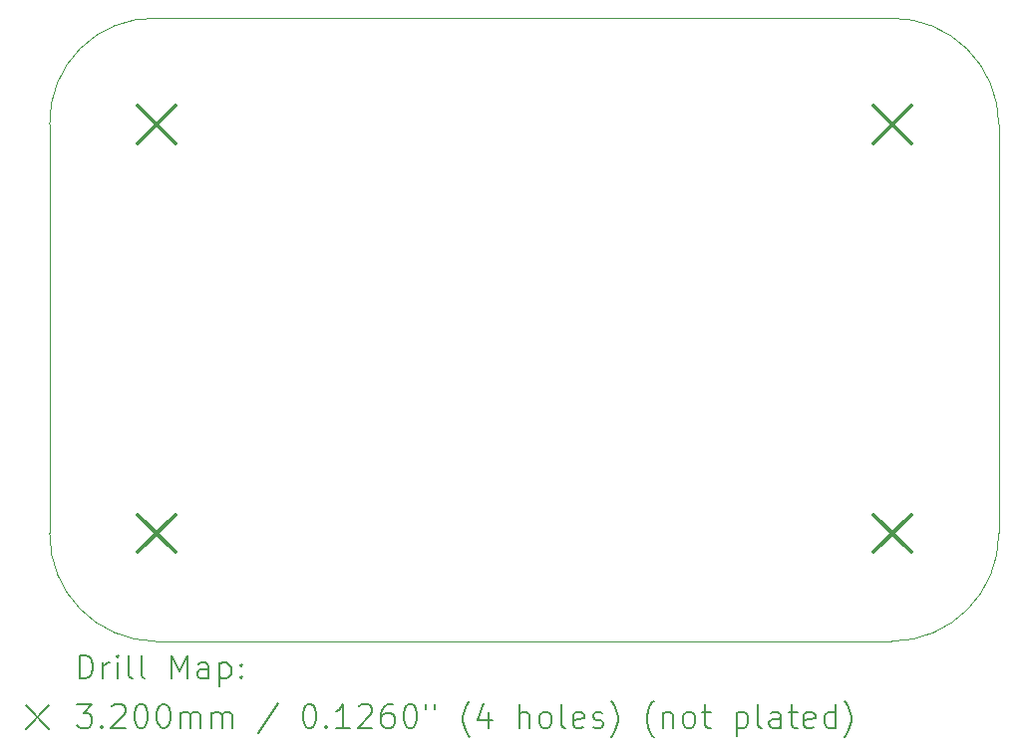
<source format=gbr>
%TF.GenerationSoftware,KiCad,Pcbnew,(6.0.9)*%
%TF.CreationDate,2022-11-27T02:52:19+01:00*%
%TF.ProjectId,ll-irm-psu-board,6c6c2d69-726d-42d7-9073-752d626f6172,0.1*%
%TF.SameCoordinates,Original*%
%TF.FileFunction,Drillmap*%
%TF.FilePolarity,Positive*%
%FSLAX45Y45*%
G04 Gerber Fmt 4.5, Leading zero omitted, Abs format (unit mm)*
G04 Created by KiCad (PCBNEW (6.0.9)) date 2022-11-27 02:52:19*
%MOMM*%
%LPD*%
G01*
G04 APERTURE LIST*
%ADD10C,0.100000*%
%ADD11C,0.200000*%
%ADD12C,0.320000*%
G04 APERTURE END LIST*
D10*
X6016000Y-7954000D02*
X6016000Y-4475000D01*
X6916000Y-8872000D02*
X13165000Y-8872000D01*
X6916000Y-3575000D02*
X13165000Y-3575000D01*
X14075000Y-4475000D02*
G75*
G03*
X13165000Y-3575000I-905000J-5000D01*
G01*
X14075000Y-4475000D02*
X14075000Y-7954000D01*
X13165000Y-8872000D02*
G75*
G03*
X14075000Y-7954000I-4000J914000D01*
G01*
X6016000Y-7954000D02*
G75*
G03*
X6916000Y-8872000I909000J-9000D01*
G01*
X6916000Y-3575000D02*
G75*
G03*
X6016000Y-4475000I-18466J-881534D01*
G01*
D11*
D12*
X6765000Y-4316000D02*
X7085000Y-4636000D01*
X7085000Y-4316000D02*
X6765000Y-4636000D01*
X6765000Y-7795000D02*
X7085000Y-8115000D01*
X7085000Y-7795000D02*
X6765000Y-8115000D01*
X13014000Y-4316000D02*
X13334000Y-4636000D01*
X13334000Y-4316000D02*
X13014000Y-4636000D01*
X13014000Y-7795000D02*
X13334000Y-8115000D01*
X13334000Y-7795000D02*
X13014000Y-8115000D01*
D11*
X6268426Y-9187476D02*
X6268426Y-8987476D01*
X6316045Y-8987476D01*
X6344616Y-8997000D01*
X6363664Y-9016048D01*
X6373187Y-9035095D01*
X6382711Y-9073190D01*
X6382711Y-9101762D01*
X6373187Y-9139857D01*
X6363664Y-9158905D01*
X6344616Y-9177952D01*
X6316045Y-9187476D01*
X6268426Y-9187476D01*
X6468426Y-9187476D02*
X6468426Y-9054143D01*
X6468426Y-9092238D02*
X6477949Y-9073190D01*
X6487473Y-9063667D01*
X6506521Y-9054143D01*
X6525568Y-9054143D01*
X6592235Y-9187476D02*
X6592235Y-9054143D01*
X6592235Y-8987476D02*
X6582711Y-8997000D01*
X6592235Y-9006524D01*
X6601759Y-8997000D01*
X6592235Y-8987476D01*
X6592235Y-9006524D01*
X6716045Y-9187476D02*
X6696997Y-9177952D01*
X6687473Y-9158905D01*
X6687473Y-8987476D01*
X6820807Y-9187476D02*
X6801759Y-9177952D01*
X6792235Y-9158905D01*
X6792235Y-8987476D01*
X7049378Y-9187476D02*
X7049378Y-8987476D01*
X7116045Y-9130333D01*
X7182711Y-8987476D01*
X7182711Y-9187476D01*
X7363664Y-9187476D02*
X7363664Y-9082714D01*
X7354140Y-9063667D01*
X7335092Y-9054143D01*
X7296997Y-9054143D01*
X7277949Y-9063667D01*
X7363664Y-9177952D02*
X7344616Y-9187476D01*
X7296997Y-9187476D01*
X7277949Y-9177952D01*
X7268426Y-9158905D01*
X7268426Y-9139857D01*
X7277949Y-9120810D01*
X7296997Y-9111286D01*
X7344616Y-9111286D01*
X7363664Y-9101762D01*
X7458902Y-9054143D02*
X7458902Y-9254143D01*
X7458902Y-9063667D02*
X7477949Y-9054143D01*
X7516045Y-9054143D01*
X7535092Y-9063667D01*
X7544616Y-9073190D01*
X7554140Y-9092238D01*
X7554140Y-9149381D01*
X7544616Y-9168429D01*
X7535092Y-9177952D01*
X7516045Y-9187476D01*
X7477949Y-9187476D01*
X7458902Y-9177952D01*
X7639854Y-9168429D02*
X7649378Y-9177952D01*
X7639854Y-9187476D01*
X7630330Y-9177952D01*
X7639854Y-9168429D01*
X7639854Y-9187476D01*
X7639854Y-9063667D02*
X7649378Y-9073190D01*
X7639854Y-9082714D01*
X7630330Y-9073190D01*
X7639854Y-9063667D01*
X7639854Y-9082714D01*
X5810807Y-9417000D02*
X6010807Y-9617000D01*
X6010807Y-9417000D02*
X5810807Y-9617000D01*
X6249378Y-9407476D02*
X6373187Y-9407476D01*
X6306521Y-9483667D01*
X6335092Y-9483667D01*
X6354140Y-9493190D01*
X6363664Y-9502714D01*
X6373187Y-9521762D01*
X6373187Y-9569381D01*
X6363664Y-9588429D01*
X6354140Y-9597952D01*
X6335092Y-9607476D01*
X6277949Y-9607476D01*
X6258902Y-9597952D01*
X6249378Y-9588429D01*
X6458902Y-9588429D02*
X6468426Y-9597952D01*
X6458902Y-9607476D01*
X6449378Y-9597952D01*
X6458902Y-9588429D01*
X6458902Y-9607476D01*
X6544616Y-9426524D02*
X6554140Y-9417000D01*
X6573187Y-9407476D01*
X6620807Y-9407476D01*
X6639854Y-9417000D01*
X6649378Y-9426524D01*
X6658902Y-9445571D01*
X6658902Y-9464619D01*
X6649378Y-9493190D01*
X6535092Y-9607476D01*
X6658902Y-9607476D01*
X6782711Y-9407476D02*
X6801759Y-9407476D01*
X6820807Y-9417000D01*
X6830330Y-9426524D01*
X6839854Y-9445571D01*
X6849378Y-9483667D01*
X6849378Y-9531286D01*
X6839854Y-9569381D01*
X6830330Y-9588429D01*
X6820807Y-9597952D01*
X6801759Y-9607476D01*
X6782711Y-9607476D01*
X6763664Y-9597952D01*
X6754140Y-9588429D01*
X6744616Y-9569381D01*
X6735092Y-9531286D01*
X6735092Y-9483667D01*
X6744616Y-9445571D01*
X6754140Y-9426524D01*
X6763664Y-9417000D01*
X6782711Y-9407476D01*
X6973187Y-9407476D02*
X6992235Y-9407476D01*
X7011283Y-9417000D01*
X7020807Y-9426524D01*
X7030330Y-9445571D01*
X7039854Y-9483667D01*
X7039854Y-9531286D01*
X7030330Y-9569381D01*
X7020807Y-9588429D01*
X7011283Y-9597952D01*
X6992235Y-9607476D01*
X6973187Y-9607476D01*
X6954140Y-9597952D01*
X6944616Y-9588429D01*
X6935092Y-9569381D01*
X6925568Y-9531286D01*
X6925568Y-9483667D01*
X6935092Y-9445571D01*
X6944616Y-9426524D01*
X6954140Y-9417000D01*
X6973187Y-9407476D01*
X7125568Y-9607476D02*
X7125568Y-9474143D01*
X7125568Y-9493190D02*
X7135092Y-9483667D01*
X7154140Y-9474143D01*
X7182711Y-9474143D01*
X7201759Y-9483667D01*
X7211283Y-9502714D01*
X7211283Y-9607476D01*
X7211283Y-9502714D02*
X7220807Y-9483667D01*
X7239854Y-9474143D01*
X7268426Y-9474143D01*
X7287473Y-9483667D01*
X7296997Y-9502714D01*
X7296997Y-9607476D01*
X7392235Y-9607476D02*
X7392235Y-9474143D01*
X7392235Y-9493190D02*
X7401759Y-9483667D01*
X7420807Y-9474143D01*
X7449378Y-9474143D01*
X7468426Y-9483667D01*
X7477949Y-9502714D01*
X7477949Y-9607476D01*
X7477949Y-9502714D02*
X7487473Y-9483667D01*
X7506521Y-9474143D01*
X7535092Y-9474143D01*
X7554140Y-9483667D01*
X7563664Y-9502714D01*
X7563664Y-9607476D01*
X7954140Y-9397952D02*
X7782711Y-9655095D01*
X8211283Y-9407476D02*
X8230330Y-9407476D01*
X8249378Y-9417000D01*
X8258902Y-9426524D01*
X8268426Y-9445571D01*
X8277949Y-9483667D01*
X8277949Y-9531286D01*
X8268426Y-9569381D01*
X8258902Y-9588429D01*
X8249378Y-9597952D01*
X8230330Y-9607476D01*
X8211283Y-9607476D01*
X8192235Y-9597952D01*
X8182711Y-9588429D01*
X8173187Y-9569381D01*
X8163664Y-9531286D01*
X8163664Y-9483667D01*
X8173187Y-9445571D01*
X8182711Y-9426524D01*
X8192235Y-9417000D01*
X8211283Y-9407476D01*
X8363664Y-9588429D02*
X8373187Y-9597952D01*
X8363664Y-9607476D01*
X8354140Y-9597952D01*
X8363664Y-9588429D01*
X8363664Y-9607476D01*
X8563664Y-9607476D02*
X8449378Y-9607476D01*
X8506521Y-9607476D02*
X8506521Y-9407476D01*
X8487473Y-9436048D01*
X8468426Y-9455095D01*
X8449378Y-9464619D01*
X8639854Y-9426524D02*
X8649378Y-9417000D01*
X8668426Y-9407476D01*
X8716045Y-9407476D01*
X8735092Y-9417000D01*
X8744616Y-9426524D01*
X8754140Y-9445571D01*
X8754140Y-9464619D01*
X8744616Y-9493190D01*
X8630330Y-9607476D01*
X8754140Y-9607476D01*
X8925569Y-9407476D02*
X8887473Y-9407476D01*
X8868426Y-9417000D01*
X8858902Y-9426524D01*
X8839854Y-9455095D01*
X8830330Y-9493190D01*
X8830330Y-9569381D01*
X8839854Y-9588429D01*
X8849378Y-9597952D01*
X8868426Y-9607476D01*
X8906521Y-9607476D01*
X8925569Y-9597952D01*
X8935092Y-9588429D01*
X8944616Y-9569381D01*
X8944616Y-9521762D01*
X8935092Y-9502714D01*
X8925569Y-9493190D01*
X8906521Y-9483667D01*
X8868426Y-9483667D01*
X8849378Y-9493190D01*
X8839854Y-9502714D01*
X8830330Y-9521762D01*
X9068426Y-9407476D02*
X9087473Y-9407476D01*
X9106521Y-9417000D01*
X9116045Y-9426524D01*
X9125569Y-9445571D01*
X9135092Y-9483667D01*
X9135092Y-9531286D01*
X9125569Y-9569381D01*
X9116045Y-9588429D01*
X9106521Y-9597952D01*
X9087473Y-9607476D01*
X9068426Y-9607476D01*
X9049378Y-9597952D01*
X9039854Y-9588429D01*
X9030330Y-9569381D01*
X9020807Y-9531286D01*
X9020807Y-9483667D01*
X9030330Y-9445571D01*
X9039854Y-9426524D01*
X9049378Y-9417000D01*
X9068426Y-9407476D01*
X9211283Y-9407476D02*
X9211283Y-9445571D01*
X9287473Y-9407476D02*
X9287473Y-9445571D01*
X9582711Y-9683667D02*
X9573188Y-9674143D01*
X9554140Y-9645571D01*
X9544616Y-9626524D01*
X9535092Y-9597952D01*
X9525569Y-9550333D01*
X9525569Y-9512238D01*
X9535092Y-9464619D01*
X9544616Y-9436048D01*
X9554140Y-9417000D01*
X9573188Y-9388429D01*
X9582711Y-9378905D01*
X9744616Y-9474143D02*
X9744616Y-9607476D01*
X9696997Y-9397952D02*
X9649378Y-9540810D01*
X9773188Y-9540810D01*
X10001759Y-9607476D02*
X10001759Y-9407476D01*
X10087473Y-9607476D02*
X10087473Y-9502714D01*
X10077949Y-9483667D01*
X10058902Y-9474143D01*
X10030330Y-9474143D01*
X10011283Y-9483667D01*
X10001759Y-9493190D01*
X10211283Y-9607476D02*
X10192235Y-9597952D01*
X10182711Y-9588429D01*
X10173188Y-9569381D01*
X10173188Y-9512238D01*
X10182711Y-9493190D01*
X10192235Y-9483667D01*
X10211283Y-9474143D01*
X10239854Y-9474143D01*
X10258902Y-9483667D01*
X10268426Y-9493190D01*
X10277949Y-9512238D01*
X10277949Y-9569381D01*
X10268426Y-9588429D01*
X10258902Y-9597952D01*
X10239854Y-9607476D01*
X10211283Y-9607476D01*
X10392235Y-9607476D02*
X10373188Y-9597952D01*
X10363664Y-9578905D01*
X10363664Y-9407476D01*
X10544616Y-9597952D02*
X10525569Y-9607476D01*
X10487473Y-9607476D01*
X10468426Y-9597952D01*
X10458902Y-9578905D01*
X10458902Y-9502714D01*
X10468426Y-9483667D01*
X10487473Y-9474143D01*
X10525569Y-9474143D01*
X10544616Y-9483667D01*
X10554140Y-9502714D01*
X10554140Y-9521762D01*
X10458902Y-9540810D01*
X10630330Y-9597952D02*
X10649378Y-9607476D01*
X10687473Y-9607476D01*
X10706521Y-9597952D01*
X10716045Y-9578905D01*
X10716045Y-9569381D01*
X10706521Y-9550333D01*
X10687473Y-9540810D01*
X10658902Y-9540810D01*
X10639854Y-9531286D01*
X10630330Y-9512238D01*
X10630330Y-9502714D01*
X10639854Y-9483667D01*
X10658902Y-9474143D01*
X10687473Y-9474143D01*
X10706521Y-9483667D01*
X10782711Y-9683667D02*
X10792235Y-9674143D01*
X10811283Y-9645571D01*
X10820807Y-9626524D01*
X10830330Y-9597952D01*
X10839854Y-9550333D01*
X10839854Y-9512238D01*
X10830330Y-9464619D01*
X10820807Y-9436048D01*
X10811283Y-9417000D01*
X10792235Y-9388429D01*
X10782711Y-9378905D01*
X11144616Y-9683667D02*
X11135092Y-9674143D01*
X11116045Y-9645571D01*
X11106521Y-9626524D01*
X11096997Y-9597952D01*
X11087473Y-9550333D01*
X11087473Y-9512238D01*
X11096997Y-9464619D01*
X11106521Y-9436048D01*
X11116045Y-9417000D01*
X11135092Y-9388429D01*
X11144616Y-9378905D01*
X11220806Y-9474143D02*
X11220806Y-9607476D01*
X11220806Y-9493190D02*
X11230330Y-9483667D01*
X11249378Y-9474143D01*
X11277949Y-9474143D01*
X11296997Y-9483667D01*
X11306521Y-9502714D01*
X11306521Y-9607476D01*
X11430330Y-9607476D02*
X11411283Y-9597952D01*
X11401759Y-9588429D01*
X11392235Y-9569381D01*
X11392235Y-9512238D01*
X11401759Y-9493190D01*
X11411283Y-9483667D01*
X11430330Y-9474143D01*
X11458902Y-9474143D01*
X11477949Y-9483667D01*
X11487473Y-9493190D01*
X11496997Y-9512238D01*
X11496997Y-9569381D01*
X11487473Y-9588429D01*
X11477949Y-9597952D01*
X11458902Y-9607476D01*
X11430330Y-9607476D01*
X11554140Y-9474143D02*
X11630330Y-9474143D01*
X11582711Y-9407476D02*
X11582711Y-9578905D01*
X11592235Y-9597952D01*
X11611283Y-9607476D01*
X11630330Y-9607476D01*
X11849378Y-9474143D02*
X11849378Y-9674143D01*
X11849378Y-9483667D02*
X11868426Y-9474143D01*
X11906521Y-9474143D01*
X11925568Y-9483667D01*
X11935092Y-9493190D01*
X11944616Y-9512238D01*
X11944616Y-9569381D01*
X11935092Y-9588429D01*
X11925568Y-9597952D01*
X11906521Y-9607476D01*
X11868426Y-9607476D01*
X11849378Y-9597952D01*
X12058902Y-9607476D02*
X12039854Y-9597952D01*
X12030330Y-9578905D01*
X12030330Y-9407476D01*
X12220806Y-9607476D02*
X12220806Y-9502714D01*
X12211283Y-9483667D01*
X12192235Y-9474143D01*
X12154140Y-9474143D01*
X12135092Y-9483667D01*
X12220806Y-9597952D02*
X12201759Y-9607476D01*
X12154140Y-9607476D01*
X12135092Y-9597952D01*
X12125568Y-9578905D01*
X12125568Y-9559857D01*
X12135092Y-9540810D01*
X12154140Y-9531286D01*
X12201759Y-9531286D01*
X12220806Y-9521762D01*
X12287473Y-9474143D02*
X12363664Y-9474143D01*
X12316045Y-9407476D02*
X12316045Y-9578905D01*
X12325568Y-9597952D01*
X12344616Y-9607476D01*
X12363664Y-9607476D01*
X12506521Y-9597952D02*
X12487473Y-9607476D01*
X12449378Y-9607476D01*
X12430330Y-9597952D01*
X12420806Y-9578905D01*
X12420806Y-9502714D01*
X12430330Y-9483667D01*
X12449378Y-9474143D01*
X12487473Y-9474143D01*
X12506521Y-9483667D01*
X12516045Y-9502714D01*
X12516045Y-9521762D01*
X12420806Y-9540810D01*
X12687473Y-9607476D02*
X12687473Y-9407476D01*
X12687473Y-9597952D02*
X12668426Y-9607476D01*
X12630330Y-9607476D01*
X12611283Y-9597952D01*
X12601759Y-9588429D01*
X12592235Y-9569381D01*
X12592235Y-9512238D01*
X12601759Y-9493190D01*
X12611283Y-9483667D01*
X12630330Y-9474143D01*
X12668426Y-9474143D01*
X12687473Y-9483667D01*
X12763664Y-9683667D02*
X12773187Y-9674143D01*
X12792235Y-9645571D01*
X12801759Y-9626524D01*
X12811283Y-9597952D01*
X12820806Y-9550333D01*
X12820806Y-9512238D01*
X12811283Y-9464619D01*
X12801759Y-9436048D01*
X12792235Y-9417000D01*
X12773187Y-9388429D01*
X12763664Y-9378905D01*
M02*

</source>
